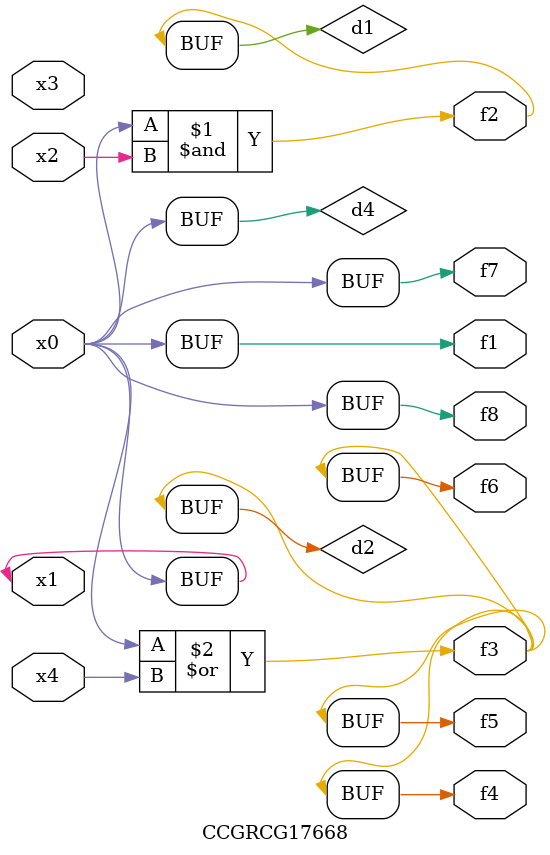
<source format=v>
module CCGRCG17668(
	input x0, x1, x2, x3, x4,
	output f1, f2, f3, f4, f5, f6, f7, f8
);

	wire d1, d2, d3, d4;

	and (d1, x0, x2);
	or (d2, x0, x4);
	nand (d3, x0, x2);
	buf (d4, x0, x1);
	assign f1 = d4;
	assign f2 = d1;
	assign f3 = d2;
	assign f4 = d2;
	assign f5 = d2;
	assign f6 = d2;
	assign f7 = d4;
	assign f8 = d4;
endmodule

</source>
